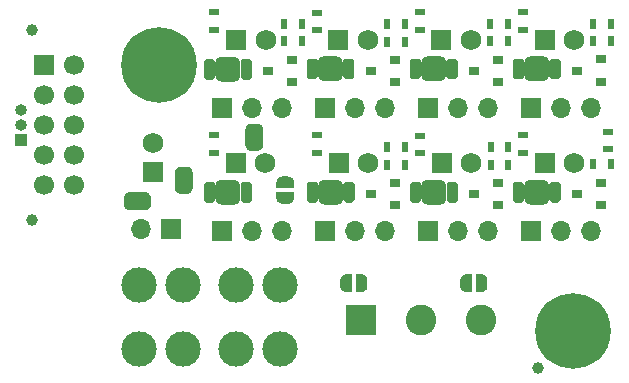
<source format=gbr>
%TF.GenerationSoftware,KiCad,Pcbnew,(5.1.10-1-10_14)*%
%TF.CreationDate,2022-01-16T00:04:22-08:00*%
%TF.ProjectId,FanExpander-kicad,46616e45-7870-4616-9e64-65722d6b6963,rev?*%
%TF.SameCoordinates,Original*%
%TF.FileFunction,Soldermask,Bot*%
%TF.FilePolarity,Negative*%
%FSLAX46Y46*%
G04 Gerber Fmt 4.6, Leading zero omitted, Abs format (unit mm)*
G04 Created by KiCad (PCBNEW (5.1.10-1-10_14)) date 2022-01-16 00:04:22*
%MOMM*%
%LPD*%
G01*
G04 APERTURE LIST*
%ADD10C,0.100000*%
%ADD11R,0.500000X1.500000*%
%ADD12R,1.500000X0.500000*%
%ADD13O,2.100000X1.000000*%
%ADD14O,1.000000X2.100000*%
%ADD15O,2.100000X2.100000*%
%ADD16C,1.000000*%
%ADD17C,2.600000*%
%ADD18R,2.600000X2.600000*%
%ADD19R,1.000000X1.000000*%
%ADD20O,1.000000X1.000000*%
%ADD21C,3.000000*%
%ADD22R,1.700000X1.700000*%
%ADD23C,1.700000*%
%ADD24R,1.750000X1.750000*%
%ADD25C,1.750000*%
%ADD26C,6.400000*%
%ADD27O,1.700000X1.700000*%
%ADD28R,0.900000X0.500000*%
%ADD29R,0.500000X0.900000*%
%ADD30R,0.900000X0.800000*%
G04 APERTURE END LIST*
D10*
%TO.C,JP12*%
G36*
X61429998Y-63385700D02*
G01*
X61429998Y-63410234D01*
X61425188Y-63459065D01*
X61415616Y-63507190D01*
X61401372Y-63554145D01*
X61382595Y-63599478D01*
X61359464Y-63642751D01*
X61332204Y-63683550D01*
X61301076Y-63721479D01*
X61266379Y-63756176D01*
X61228450Y-63787304D01*
X61187651Y-63814564D01*
X61144378Y-63837695D01*
X61099045Y-63856472D01*
X61052090Y-63870716D01*
X61003965Y-63880288D01*
X60955134Y-63885098D01*
X60930600Y-63885098D01*
X60930600Y-63885700D01*
X60430600Y-63885700D01*
X60430600Y-63885098D01*
X60406066Y-63885098D01*
X60357235Y-63880288D01*
X60309110Y-63870716D01*
X60262155Y-63856472D01*
X60216822Y-63837695D01*
X60173549Y-63814564D01*
X60132750Y-63787304D01*
X60094821Y-63756176D01*
X60060124Y-63721479D01*
X60028996Y-63683550D01*
X60001736Y-63642751D01*
X59978605Y-63599478D01*
X59959828Y-63554145D01*
X59945584Y-63507190D01*
X59936012Y-63459065D01*
X59931202Y-63410234D01*
X59931202Y-63385700D01*
X59930600Y-63385700D01*
X59930600Y-62885700D01*
X61430600Y-62885700D01*
X61430600Y-63385700D01*
X61429998Y-63385700D01*
G37*
G36*
X59930600Y-62585700D02*
G01*
X59930600Y-62085700D01*
X59931202Y-62085700D01*
X59931202Y-62061166D01*
X59936012Y-62012335D01*
X59945584Y-61964210D01*
X59959828Y-61917255D01*
X59978605Y-61871922D01*
X60001736Y-61828649D01*
X60028996Y-61787850D01*
X60060124Y-61749921D01*
X60094821Y-61715224D01*
X60132750Y-61684096D01*
X60173549Y-61656836D01*
X60216822Y-61633705D01*
X60262155Y-61614928D01*
X60309110Y-61600684D01*
X60357235Y-61591112D01*
X60406066Y-61586302D01*
X60430600Y-61586302D01*
X60430600Y-61585700D01*
X60930600Y-61585700D01*
X60930600Y-61586302D01*
X60955134Y-61586302D01*
X61003965Y-61591112D01*
X61052090Y-61600684D01*
X61099045Y-61614928D01*
X61144378Y-61633705D01*
X61187651Y-61656836D01*
X61228450Y-61684096D01*
X61266379Y-61715224D01*
X61301076Y-61749921D01*
X61332204Y-61787850D01*
X61359464Y-61828649D01*
X61382595Y-61871922D01*
X61401372Y-61917255D01*
X61415616Y-61964210D01*
X61425188Y-62012335D01*
X61429998Y-62061166D01*
X61429998Y-62085700D01*
X61430600Y-62085700D01*
X61430600Y-62585700D01*
X59930600Y-62585700D01*
G37*
%TD*%
%TO.C,JP14*%
G36*
X65836800Y-71361398D02*
G01*
X65812266Y-71361398D01*
X65763435Y-71356588D01*
X65715310Y-71347016D01*
X65668355Y-71332772D01*
X65623022Y-71313995D01*
X65579749Y-71290864D01*
X65538950Y-71263604D01*
X65501021Y-71232476D01*
X65466324Y-71197779D01*
X65435196Y-71159850D01*
X65407936Y-71119051D01*
X65384805Y-71075778D01*
X65366028Y-71030445D01*
X65351784Y-70983490D01*
X65342212Y-70935365D01*
X65337402Y-70886534D01*
X65337402Y-70862000D01*
X65336800Y-70862000D01*
X65336800Y-70362000D01*
X65337402Y-70362000D01*
X65337402Y-70337466D01*
X65342212Y-70288635D01*
X65351784Y-70240510D01*
X65366028Y-70193555D01*
X65384805Y-70148222D01*
X65407936Y-70104949D01*
X65435196Y-70064150D01*
X65466324Y-70026221D01*
X65501021Y-69991524D01*
X65538950Y-69960396D01*
X65579749Y-69933136D01*
X65623022Y-69910005D01*
X65668355Y-69891228D01*
X65715310Y-69876984D01*
X65763435Y-69867412D01*
X65812266Y-69862602D01*
X65836800Y-69862602D01*
X65836800Y-69862000D01*
X66336800Y-69862000D01*
X66336800Y-71362000D01*
X65836800Y-71362000D01*
X65836800Y-71361398D01*
G37*
G36*
X66636800Y-69862000D02*
G01*
X67136800Y-69862000D01*
X67136800Y-69862602D01*
X67161334Y-69862602D01*
X67210165Y-69867412D01*
X67258290Y-69876984D01*
X67305245Y-69891228D01*
X67350578Y-69910005D01*
X67393851Y-69933136D01*
X67434650Y-69960396D01*
X67472579Y-69991524D01*
X67507276Y-70026221D01*
X67538404Y-70064150D01*
X67565664Y-70104949D01*
X67588795Y-70148222D01*
X67607572Y-70193555D01*
X67621816Y-70240510D01*
X67631388Y-70288635D01*
X67636198Y-70337466D01*
X67636198Y-70362000D01*
X67636800Y-70362000D01*
X67636800Y-70862000D01*
X67636198Y-70862000D01*
X67636198Y-70886534D01*
X67631388Y-70935365D01*
X67621816Y-70983490D01*
X67607572Y-71030445D01*
X67588795Y-71075778D01*
X67565664Y-71119051D01*
X67538404Y-71159850D01*
X67507276Y-71197779D01*
X67472579Y-71232476D01*
X67434650Y-71263604D01*
X67393851Y-71290864D01*
X67350578Y-71313995D01*
X67305245Y-71332772D01*
X67258290Y-71347016D01*
X67210165Y-71356588D01*
X67161334Y-71361398D01*
X67136800Y-71361398D01*
X67136800Y-71362000D01*
X66636800Y-71362000D01*
X66636800Y-69862000D01*
G37*
%TD*%
%TO.C,JP13*%
G36*
X75996800Y-71361398D02*
G01*
X75972266Y-71361398D01*
X75923435Y-71356588D01*
X75875310Y-71347016D01*
X75828355Y-71332772D01*
X75783022Y-71313995D01*
X75739749Y-71290864D01*
X75698950Y-71263604D01*
X75661021Y-71232476D01*
X75626324Y-71197779D01*
X75595196Y-71159850D01*
X75567936Y-71119051D01*
X75544805Y-71075778D01*
X75526028Y-71030445D01*
X75511784Y-70983490D01*
X75502212Y-70935365D01*
X75497402Y-70886534D01*
X75497402Y-70862000D01*
X75496800Y-70862000D01*
X75496800Y-70362000D01*
X75497402Y-70362000D01*
X75497402Y-70337466D01*
X75502212Y-70288635D01*
X75511784Y-70240510D01*
X75526028Y-70193555D01*
X75544805Y-70148222D01*
X75567936Y-70104949D01*
X75595196Y-70064150D01*
X75626324Y-70026221D01*
X75661021Y-69991524D01*
X75698950Y-69960396D01*
X75739749Y-69933136D01*
X75783022Y-69910005D01*
X75828355Y-69891228D01*
X75875310Y-69876984D01*
X75923435Y-69867412D01*
X75972266Y-69862602D01*
X75996800Y-69862602D01*
X75996800Y-69862000D01*
X76496800Y-69862000D01*
X76496800Y-71362000D01*
X75996800Y-71362000D01*
X75996800Y-71361398D01*
G37*
G36*
X76796800Y-69862000D02*
G01*
X77296800Y-69862000D01*
X77296800Y-69862602D01*
X77321334Y-69862602D01*
X77370165Y-69867412D01*
X77418290Y-69876984D01*
X77465245Y-69891228D01*
X77510578Y-69910005D01*
X77553851Y-69933136D01*
X77594650Y-69960396D01*
X77632579Y-69991524D01*
X77667276Y-70026221D01*
X77698404Y-70064150D01*
X77725664Y-70104949D01*
X77748795Y-70148222D01*
X77767572Y-70193555D01*
X77781816Y-70240510D01*
X77791388Y-70288635D01*
X77796198Y-70337466D01*
X77796198Y-70362000D01*
X77796800Y-70362000D01*
X77796800Y-70862000D01*
X77796198Y-70862000D01*
X77796198Y-70886534D01*
X77791388Y-70935365D01*
X77781816Y-70983490D01*
X77767572Y-71030445D01*
X77748795Y-71075778D01*
X77725664Y-71119051D01*
X77698404Y-71159850D01*
X77667276Y-71197779D01*
X77632579Y-71232476D01*
X77594650Y-71263604D01*
X77553851Y-71290864D01*
X77510578Y-71313995D01*
X77465245Y-71332772D01*
X77418290Y-71347016D01*
X77370165Y-71356588D01*
X77321334Y-71361398D01*
X77296800Y-71361398D01*
X77296800Y-71362000D01*
X76796800Y-71362000D01*
X76796800Y-69862000D01*
G37*
%TD*%
D11*
%TO.C,JP8*%
X48168800Y-63677800D03*
D10*
G36*
X48018800Y-64427800D02*
G01*
X47518800Y-64427800D01*
X47518800Y-64427198D01*
X47494266Y-64427198D01*
X47445435Y-64422388D01*
X47397310Y-64412816D01*
X47350355Y-64398572D01*
X47305022Y-64379795D01*
X47261749Y-64356664D01*
X47220950Y-64329404D01*
X47183021Y-64298276D01*
X47148324Y-64263579D01*
X47117196Y-64225650D01*
X47089936Y-64184851D01*
X47066805Y-64141578D01*
X47048028Y-64096245D01*
X47033784Y-64049290D01*
X47024212Y-64001165D01*
X47019402Y-63952334D01*
X47019402Y-63927800D01*
X47018800Y-63927800D01*
X47018800Y-63427800D01*
X47019402Y-63427800D01*
X47019402Y-63403266D01*
X47024212Y-63354435D01*
X47033784Y-63306310D01*
X47048028Y-63259355D01*
X47066805Y-63214022D01*
X47089936Y-63170749D01*
X47117196Y-63129950D01*
X47148324Y-63092021D01*
X47183021Y-63057324D01*
X47220950Y-63026196D01*
X47261749Y-62998936D01*
X47305022Y-62975805D01*
X47350355Y-62957028D01*
X47397310Y-62942784D01*
X47445435Y-62933212D01*
X47494266Y-62928402D01*
X47518800Y-62928402D01*
X47518800Y-62927800D01*
X48018800Y-62927800D01*
X48018800Y-64427800D01*
G37*
G36*
X48818800Y-62928402D02*
G01*
X48843334Y-62928402D01*
X48892165Y-62933212D01*
X48940290Y-62942784D01*
X48987245Y-62957028D01*
X49032578Y-62975805D01*
X49075851Y-62998936D01*
X49116650Y-63026196D01*
X49154579Y-63057324D01*
X49189276Y-63092021D01*
X49220404Y-63129950D01*
X49247664Y-63170749D01*
X49270795Y-63214022D01*
X49289572Y-63259355D01*
X49303816Y-63306310D01*
X49313388Y-63354435D01*
X49318198Y-63403266D01*
X49318198Y-63427800D01*
X49318800Y-63427800D01*
X49318800Y-63927800D01*
X49318198Y-63927800D01*
X49318198Y-63952334D01*
X49313388Y-64001165D01*
X49303816Y-64049290D01*
X49289572Y-64096245D01*
X49270795Y-64141578D01*
X49247664Y-64184851D01*
X49220404Y-64225650D01*
X49189276Y-64263579D01*
X49154579Y-64298276D01*
X49116650Y-64329404D01*
X49075851Y-64356664D01*
X49032578Y-64379795D01*
X48987245Y-64398572D01*
X48940290Y-64412816D01*
X48892165Y-64422388D01*
X48843334Y-64427198D01*
X48818800Y-64427198D01*
X48818800Y-64427800D01*
X48318800Y-64427800D01*
X48318800Y-62927800D01*
X48818800Y-62927800D01*
X48818800Y-62928402D01*
G37*
%TD*%
D12*
%TO.C,JP9*%
X58064400Y-58252600D03*
D10*
G36*
X57314400Y-58102600D02*
G01*
X57314400Y-57602600D01*
X57315002Y-57602600D01*
X57315002Y-57578066D01*
X57319812Y-57529235D01*
X57329384Y-57481110D01*
X57343628Y-57434155D01*
X57362405Y-57388822D01*
X57385536Y-57345549D01*
X57412796Y-57304750D01*
X57443924Y-57266821D01*
X57478621Y-57232124D01*
X57516550Y-57200996D01*
X57557349Y-57173736D01*
X57600622Y-57150605D01*
X57645955Y-57131828D01*
X57692910Y-57117584D01*
X57741035Y-57108012D01*
X57789866Y-57103202D01*
X57814400Y-57103202D01*
X57814400Y-57102600D01*
X58314400Y-57102600D01*
X58314400Y-57103202D01*
X58338934Y-57103202D01*
X58387765Y-57108012D01*
X58435890Y-57117584D01*
X58482845Y-57131828D01*
X58528178Y-57150605D01*
X58571451Y-57173736D01*
X58612250Y-57200996D01*
X58650179Y-57232124D01*
X58684876Y-57266821D01*
X58716004Y-57304750D01*
X58743264Y-57345549D01*
X58766395Y-57388822D01*
X58785172Y-57434155D01*
X58799416Y-57481110D01*
X58808988Y-57529235D01*
X58813798Y-57578066D01*
X58813798Y-57602600D01*
X58814400Y-57602600D01*
X58814400Y-58102600D01*
X57314400Y-58102600D01*
G37*
G36*
X58813798Y-58902600D02*
G01*
X58813798Y-58927134D01*
X58808988Y-58975965D01*
X58799416Y-59024090D01*
X58785172Y-59071045D01*
X58766395Y-59116378D01*
X58743264Y-59159651D01*
X58716004Y-59200450D01*
X58684876Y-59238379D01*
X58650179Y-59273076D01*
X58612250Y-59304204D01*
X58571451Y-59331464D01*
X58528178Y-59354595D01*
X58482845Y-59373372D01*
X58435890Y-59387616D01*
X58387765Y-59397188D01*
X58338934Y-59401998D01*
X58314400Y-59401998D01*
X58314400Y-59402600D01*
X57814400Y-59402600D01*
X57814400Y-59401998D01*
X57789866Y-59401998D01*
X57741035Y-59397188D01*
X57692910Y-59387616D01*
X57645955Y-59373372D01*
X57600622Y-59354595D01*
X57557349Y-59331464D01*
X57516550Y-59304204D01*
X57478621Y-59273076D01*
X57443924Y-59238379D01*
X57412796Y-59200450D01*
X57385536Y-59159651D01*
X57362405Y-59116378D01*
X57343628Y-59071045D01*
X57329384Y-59024090D01*
X57319812Y-58975965D01*
X57315002Y-58927134D01*
X57315002Y-58902600D01*
X57314400Y-58902600D01*
X57314400Y-58402600D01*
X58814400Y-58402600D01*
X58814400Y-58902600D01*
X58813798Y-58902600D01*
G37*
%TD*%
D12*
%TO.C,JP11*%
X52095400Y-61899800D03*
D10*
G36*
X51345400Y-61749800D02*
G01*
X51345400Y-61249800D01*
X51346002Y-61249800D01*
X51346002Y-61225266D01*
X51350812Y-61176435D01*
X51360384Y-61128310D01*
X51374628Y-61081355D01*
X51393405Y-61036022D01*
X51416536Y-60992749D01*
X51443796Y-60951950D01*
X51474924Y-60914021D01*
X51509621Y-60879324D01*
X51547550Y-60848196D01*
X51588349Y-60820936D01*
X51631622Y-60797805D01*
X51676955Y-60779028D01*
X51723910Y-60764784D01*
X51772035Y-60755212D01*
X51820866Y-60750402D01*
X51845400Y-60750402D01*
X51845400Y-60749800D01*
X52345400Y-60749800D01*
X52345400Y-60750402D01*
X52369934Y-60750402D01*
X52418765Y-60755212D01*
X52466890Y-60764784D01*
X52513845Y-60779028D01*
X52559178Y-60797805D01*
X52602451Y-60820936D01*
X52643250Y-60848196D01*
X52681179Y-60879324D01*
X52715876Y-60914021D01*
X52747004Y-60951950D01*
X52774264Y-60992749D01*
X52797395Y-61036022D01*
X52816172Y-61081355D01*
X52830416Y-61128310D01*
X52839988Y-61176435D01*
X52844798Y-61225266D01*
X52844798Y-61249800D01*
X52845400Y-61249800D01*
X52845400Y-61749800D01*
X51345400Y-61749800D01*
G37*
G36*
X52844798Y-62549800D02*
G01*
X52844798Y-62574334D01*
X52839988Y-62623165D01*
X52830416Y-62671290D01*
X52816172Y-62718245D01*
X52797395Y-62763578D01*
X52774264Y-62806851D01*
X52747004Y-62847650D01*
X52715876Y-62885579D01*
X52681179Y-62920276D01*
X52643250Y-62951404D01*
X52602451Y-62978664D01*
X52559178Y-63001795D01*
X52513845Y-63020572D01*
X52466890Y-63034816D01*
X52418765Y-63044388D01*
X52369934Y-63049198D01*
X52345400Y-63049198D01*
X52345400Y-63049800D01*
X51845400Y-63049800D01*
X51845400Y-63049198D01*
X51820866Y-63049198D01*
X51772035Y-63044388D01*
X51723910Y-63034816D01*
X51676955Y-63020572D01*
X51631622Y-63001795D01*
X51588349Y-62978664D01*
X51547550Y-62951404D01*
X51509621Y-62920276D01*
X51474924Y-62885579D01*
X51443796Y-62847650D01*
X51416536Y-62806851D01*
X51393405Y-62763578D01*
X51374628Y-62718245D01*
X51360384Y-62671290D01*
X51350812Y-62623165D01*
X51346002Y-62574334D01*
X51346002Y-62549800D01*
X51345400Y-62549800D01*
X51345400Y-62049800D01*
X52845400Y-62049800D01*
X52845400Y-62549800D01*
X52844798Y-62549800D01*
G37*
%TD*%
D13*
%TO.C,D8*%
X81965800Y-62365800D03*
X81965800Y-63465800D03*
D14*
X81415800Y-62915800D03*
X82515800Y-62915800D03*
D15*
X81965800Y-62915800D03*
G36*
G01*
X80890800Y-62230800D02*
X80890800Y-63600800D01*
G75*
G02*
X80700800Y-63790800I-190000J0D01*
G01*
X80130800Y-63790800D01*
G75*
G02*
X79940800Y-63600800I0J190000D01*
G01*
X79940800Y-62230800D01*
G75*
G02*
X80130800Y-62040800I190000J0D01*
G01*
X80700800Y-62040800D01*
G75*
G02*
X80890800Y-62230800I0J-190000D01*
G01*
G37*
G36*
G01*
X83990800Y-62230800D02*
X83990800Y-63600800D01*
G75*
G02*
X83800800Y-63790800I-190000J0D01*
G01*
X83230800Y-63790800D01*
G75*
G02*
X83040800Y-63600800I0J190000D01*
G01*
X83040800Y-62230800D01*
G75*
G02*
X83230800Y-62040800I190000J0D01*
G01*
X83800800Y-62040800D01*
G75*
G02*
X83990800Y-62230800I0J-190000D01*
G01*
G37*
%TD*%
D13*
%TO.C,D7*%
X73253600Y-51926400D03*
X73253600Y-53026400D03*
D14*
X72703600Y-52476400D03*
X73803600Y-52476400D03*
D15*
X73253600Y-52476400D03*
G36*
G01*
X72178600Y-51791400D02*
X72178600Y-53161400D01*
G75*
G02*
X71988600Y-53351400I-190000J0D01*
G01*
X71418600Y-53351400D01*
G75*
G02*
X71228600Y-53161400I0J190000D01*
G01*
X71228600Y-51791400D01*
G75*
G02*
X71418600Y-51601400I190000J0D01*
G01*
X71988600Y-51601400D01*
G75*
G02*
X72178600Y-51791400I0J-190000D01*
G01*
G37*
G36*
G01*
X75278600Y-51791400D02*
X75278600Y-53161400D01*
G75*
G02*
X75088600Y-53351400I-190000J0D01*
G01*
X74518600Y-53351400D01*
G75*
G02*
X74328600Y-53161400I0J190000D01*
G01*
X74328600Y-51791400D01*
G75*
G02*
X74518600Y-51601400I190000J0D01*
G01*
X75088600Y-51601400D01*
G75*
G02*
X75278600Y-51791400I0J-190000D01*
G01*
G37*
%TD*%
D13*
%TO.C,D6*%
X73279000Y-62365800D03*
X73279000Y-63465800D03*
D14*
X72729000Y-62915800D03*
X73829000Y-62915800D03*
D15*
X73279000Y-62915800D03*
G36*
G01*
X72204000Y-62230800D02*
X72204000Y-63600800D01*
G75*
G02*
X72014000Y-63790800I-190000J0D01*
G01*
X71444000Y-63790800D01*
G75*
G02*
X71254000Y-63600800I0J190000D01*
G01*
X71254000Y-62230800D01*
G75*
G02*
X71444000Y-62040800I190000J0D01*
G01*
X72014000Y-62040800D01*
G75*
G02*
X72204000Y-62230800I0J-190000D01*
G01*
G37*
G36*
G01*
X75304000Y-62230800D02*
X75304000Y-63600800D01*
G75*
G02*
X75114000Y-63790800I-190000J0D01*
G01*
X74544000Y-63790800D01*
G75*
G02*
X74354000Y-63600800I0J190000D01*
G01*
X74354000Y-62230800D01*
G75*
G02*
X74544000Y-62040800I190000J0D01*
G01*
X75114000Y-62040800D01*
G75*
G02*
X75304000Y-62230800I0J-190000D01*
G01*
G37*
%TD*%
D13*
%TO.C,D5*%
X64516600Y-51926400D03*
X64516600Y-53026400D03*
D14*
X63966600Y-52476400D03*
X65066600Y-52476400D03*
D15*
X64516600Y-52476400D03*
G36*
G01*
X63441600Y-51791400D02*
X63441600Y-53161400D01*
G75*
G02*
X63251600Y-53351400I-190000J0D01*
G01*
X62681600Y-53351400D01*
G75*
G02*
X62491600Y-53161400I0J190000D01*
G01*
X62491600Y-51791400D01*
G75*
G02*
X62681600Y-51601400I190000J0D01*
G01*
X63251600Y-51601400D01*
G75*
G02*
X63441600Y-51791400I0J-190000D01*
G01*
G37*
G36*
G01*
X66541600Y-51791400D02*
X66541600Y-53161400D01*
G75*
G02*
X66351600Y-53351400I-190000J0D01*
G01*
X65781600Y-53351400D01*
G75*
G02*
X65591600Y-53161400I0J190000D01*
G01*
X65591600Y-51791400D01*
G75*
G02*
X65781600Y-51601400I190000J0D01*
G01*
X66351600Y-51601400D01*
G75*
G02*
X66541600Y-51791400I0J-190000D01*
G01*
G37*
%TD*%
D13*
%TO.C,D4*%
X64541400Y-62365800D03*
X64541400Y-63465800D03*
D14*
X63991400Y-62915800D03*
X65091400Y-62915800D03*
D15*
X64541400Y-62915800D03*
G36*
G01*
X63466400Y-62230800D02*
X63466400Y-63600800D01*
G75*
G02*
X63276400Y-63790800I-190000J0D01*
G01*
X62706400Y-63790800D01*
G75*
G02*
X62516400Y-63600800I0J190000D01*
G01*
X62516400Y-62230800D01*
G75*
G02*
X62706400Y-62040800I190000J0D01*
G01*
X63276400Y-62040800D01*
G75*
G02*
X63466400Y-62230800I0J-190000D01*
G01*
G37*
G36*
G01*
X66566400Y-62230800D02*
X66566400Y-63600800D01*
G75*
G02*
X66376400Y-63790800I-190000J0D01*
G01*
X65806400Y-63790800D01*
G75*
G02*
X65616400Y-63600800I0J190000D01*
G01*
X65616400Y-62230800D01*
G75*
G02*
X65806400Y-62040800I190000J0D01*
G01*
X66376400Y-62040800D01*
G75*
G02*
X66566400Y-62230800I0J-190000D01*
G01*
G37*
%TD*%
D13*
%TO.C,D3*%
X55829200Y-62365800D03*
X55829200Y-63465800D03*
D14*
X55279200Y-62915800D03*
X56379200Y-62915800D03*
D15*
X55829200Y-62915800D03*
G36*
G01*
X54754200Y-62230800D02*
X54754200Y-63600800D01*
G75*
G02*
X54564200Y-63790800I-190000J0D01*
G01*
X53994200Y-63790800D01*
G75*
G02*
X53804200Y-63600800I0J190000D01*
G01*
X53804200Y-62230800D01*
G75*
G02*
X53994200Y-62040800I190000J0D01*
G01*
X54564200Y-62040800D01*
G75*
G02*
X54754200Y-62230800I0J-190000D01*
G01*
G37*
G36*
G01*
X57854200Y-62230800D02*
X57854200Y-63600800D01*
G75*
G02*
X57664200Y-63790800I-190000J0D01*
G01*
X57094200Y-63790800D01*
G75*
G02*
X56904200Y-63600800I0J190000D01*
G01*
X56904200Y-62230800D01*
G75*
G02*
X57094200Y-62040800I190000J0D01*
G01*
X57664200Y-62040800D01*
G75*
G02*
X57854200Y-62230800I0J-190000D01*
G01*
G37*
%TD*%
D13*
%TO.C,D2*%
X81978500Y-51926400D03*
X81978500Y-53026400D03*
D14*
X81428500Y-52476400D03*
X82528500Y-52476400D03*
D15*
X81978500Y-52476400D03*
G36*
G01*
X80903500Y-51791400D02*
X80903500Y-53161400D01*
G75*
G02*
X80713500Y-53351400I-190000J0D01*
G01*
X80143500Y-53351400D01*
G75*
G02*
X79953500Y-53161400I0J190000D01*
G01*
X79953500Y-51791400D01*
G75*
G02*
X80143500Y-51601400I190000J0D01*
G01*
X80713500Y-51601400D01*
G75*
G02*
X80903500Y-51791400I0J-190000D01*
G01*
G37*
G36*
G01*
X84003500Y-51791400D02*
X84003500Y-53161400D01*
G75*
G02*
X83813500Y-53351400I-190000J0D01*
G01*
X83243500Y-53351400D01*
G75*
G02*
X83053500Y-53161400I0J190000D01*
G01*
X83053500Y-51791400D01*
G75*
G02*
X83243500Y-51601400I190000J0D01*
G01*
X83813500Y-51601400D01*
G75*
G02*
X84003500Y-51791400I0J-190000D01*
G01*
G37*
%TD*%
D13*
%TO.C,D1*%
X55829200Y-51977200D03*
X55829200Y-53077200D03*
D14*
X55279200Y-52527200D03*
X56379200Y-52527200D03*
D15*
X55829200Y-52527200D03*
G36*
G01*
X54754200Y-51842200D02*
X54754200Y-53212200D01*
G75*
G02*
X54564200Y-53402200I-190000J0D01*
G01*
X53994200Y-53402200D01*
G75*
G02*
X53804200Y-53212200I0J190000D01*
G01*
X53804200Y-51842200D01*
G75*
G02*
X53994200Y-51652200I190000J0D01*
G01*
X54564200Y-51652200D01*
G75*
G02*
X54754200Y-51842200I0J-190000D01*
G01*
G37*
G36*
G01*
X57854200Y-51842200D02*
X57854200Y-53212200D01*
G75*
G02*
X57664200Y-53402200I-190000J0D01*
G01*
X57094200Y-53402200D01*
G75*
G02*
X56904200Y-53212200I0J190000D01*
G01*
X56904200Y-51842200D01*
G75*
G02*
X57094200Y-51652200I190000J0D01*
G01*
X57664200Y-51652200D01*
G75*
G02*
X57854200Y-51842200I0J-190000D01*
G01*
G37*
%TD*%
D16*
%TO.C,FID3*%
X82092800Y-77800200D03*
%TD*%
%TO.C,FID2*%
X39268400Y-65303400D03*
%TD*%
%TO.C,FID1*%
X39243000Y-49149000D03*
%TD*%
D17*
%TO.C,J12*%
X77292200Y-73710800D03*
X72212200Y-73710800D03*
D18*
X67132200Y-73710800D03*
%TD*%
D19*
%TO.C,JP10*%
X38303200Y-58470800D03*
D20*
X38303200Y-57200800D03*
X38303200Y-55930800D03*
%TD*%
D21*
%TO.C,F1*%
X48304400Y-70764400D03*
X52004400Y-70764400D03*
X56504400Y-70764400D03*
X60204400Y-70764400D03*
%TD*%
%TO.C,F2*%
X48304400Y-76225400D03*
X52004400Y-76225400D03*
X56504400Y-76225400D03*
X60204400Y-76225400D03*
%TD*%
D22*
%TO.C,J8*%
X40284400Y-52158900D03*
D23*
X42824400Y-52158900D03*
X40284400Y-54698900D03*
X42824400Y-54698900D03*
X40284400Y-57238900D03*
X42824400Y-57238900D03*
X40284400Y-59778900D03*
X42824400Y-59778900D03*
X40284400Y-62318900D03*
X42824400Y-62318900D03*
%TD*%
D24*
%TO.C,J3*%
X65189100Y-50038000D03*
D25*
X67689100Y-50038000D03*
%TD*%
D26*
%TO.C,MH1*%
X50012600Y-52146200D03*
%TD*%
D22*
%TO.C,J9*%
X51003200Y-66065400D03*
D27*
X48463200Y-66065400D03*
%TD*%
D28*
%TO.C,R22*%
X54660800Y-58101800D03*
X54660800Y-59601800D03*
%TD*%
D29*
%TO.C,R19*%
X78015400Y-50139600D03*
X79515400Y-50139600D03*
%TD*%
D28*
%TO.C,R17*%
X88036400Y-57797000D03*
X88036400Y-59297000D03*
%TD*%
D29*
%TO.C,R16*%
X78028800Y-48666400D03*
X79528800Y-48666400D03*
%TD*%
D28*
%TO.C,R14*%
X80822800Y-59601800D03*
X80822800Y-58101800D03*
%TD*%
%TO.C,R13*%
X72085200Y-49187800D03*
X72085200Y-47687800D03*
%TD*%
D29*
%TO.C,R12*%
X78066200Y-60579000D03*
X79566200Y-60579000D03*
%TD*%
%TO.C,R11*%
X69303200Y-50165000D03*
X70803200Y-50165000D03*
%TD*%
%TO.C,R10*%
X70828600Y-60579000D03*
X69328600Y-60579000D03*
%TD*%
%TO.C,R9*%
X62116400Y-50139600D03*
X60616400Y-50139600D03*
%TD*%
%TO.C,R8*%
X78066200Y-59131200D03*
X79566200Y-59131200D03*
%TD*%
%TO.C,R7*%
X69303200Y-48691800D03*
X70803200Y-48691800D03*
%TD*%
%TO.C,R6*%
X69328600Y-59105800D03*
X70828600Y-59105800D03*
%TD*%
%TO.C,R5*%
X60616400Y-48666400D03*
X62116400Y-48666400D03*
%TD*%
D28*
%TO.C,R4*%
X72085200Y-59627200D03*
X72085200Y-58127200D03*
%TD*%
%TO.C,R3*%
X63373000Y-49213200D03*
X63373000Y-47713200D03*
%TD*%
%TO.C,R2*%
X63373000Y-59576400D03*
X63373000Y-58076400D03*
%TD*%
%TO.C,R1*%
X54686200Y-49199800D03*
X54686200Y-47699800D03*
%TD*%
D29*
%TO.C,R21*%
X88278400Y-50114200D03*
X86778400Y-50114200D03*
%TD*%
%TO.C,R20*%
X88253000Y-60553600D03*
X86753000Y-60553600D03*
%TD*%
%TO.C,R18*%
X86778400Y-48653000D03*
X88278400Y-48653000D03*
%TD*%
D28*
%TO.C,R15*%
X80797400Y-49187800D03*
X80797400Y-47687800D03*
%TD*%
D26*
%TO.C,MH2*%
X85012600Y-74646200D03*
%TD*%
D22*
%TO.C,JP0*%
X55346600Y-66192400D03*
D27*
X57886600Y-66192400D03*
X60426600Y-66192400D03*
%TD*%
D24*
%TO.C,J10*%
X49479200Y-61239400D03*
D25*
X49479200Y-58739400D03*
%TD*%
D24*
%TO.C,J0*%
X56489600Y-60464700D03*
D25*
X58989600Y-60464700D03*
%TD*%
D30*
%TO.C,Q7*%
X87398100Y-51678800D03*
X87398100Y-53578800D03*
X85398100Y-52628800D03*
%TD*%
%TO.C,Q1*%
X61248800Y-51704200D03*
X61248800Y-53604200D03*
X59248800Y-52654200D03*
%TD*%
D22*
%TO.C,JP7*%
X81483200Y-55778400D03*
D27*
X84023200Y-55778400D03*
X86563200Y-55778400D03*
%TD*%
D22*
%TO.C,JP1*%
X55346600Y-55778400D03*
D27*
X57886600Y-55778400D03*
X60426600Y-55778400D03*
%TD*%
D24*
%TO.C,J7*%
X82664300Y-50038000D03*
D25*
X85164300Y-50038000D03*
%TD*%
D24*
%TO.C,J1*%
X56515000Y-50038000D03*
D25*
X59015000Y-50038000D03*
%TD*%
D30*
%TO.C,Q6*%
X87398100Y-62130900D03*
X87398100Y-64030900D03*
X85398100Y-63080900D03*
%TD*%
%TO.C,Q5*%
X78673200Y-51704200D03*
X78673200Y-53604200D03*
X76673200Y-52654200D03*
%TD*%
%TO.C,Q4*%
X78698600Y-62130900D03*
X78698600Y-64030900D03*
X76698600Y-63080900D03*
%TD*%
%TO.C,Q3*%
X69948300Y-51704200D03*
X69948300Y-53604200D03*
X67948300Y-52654200D03*
%TD*%
%TO.C,Q2*%
X69948300Y-62130900D03*
X69948300Y-64030900D03*
X67948300Y-63080900D03*
%TD*%
D24*
%TO.C,J6*%
X82638900Y-60464700D03*
D25*
X85138900Y-60464700D03*
%TD*%
D24*
%TO.C,J5*%
X73914000Y-50038000D03*
D25*
X76414000Y-50038000D03*
%TD*%
D22*
%TO.C,JP6*%
X81483200Y-66192400D03*
D27*
X84023200Y-66192400D03*
X86563200Y-66192400D03*
%TD*%
D22*
%TO.C,JP5*%
X72771000Y-55778400D03*
D27*
X75311000Y-55778400D03*
X77851000Y-55778400D03*
%TD*%
D24*
%TO.C,J4*%
X73939400Y-60464700D03*
D25*
X76439400Y-60464700D03*
%TD*%
D22*
%TO.C,JP4*%
X72771000Y-66192400D03*
D27*
X75311000Y-66192400D03*
X77851000Y-66192400D03*
%TD*%
D22*
%TO.C,JP3*%
X64058800Y-55778400D03*
D27*
X66598800Y-55778400D03*
X69138800Y-55778400D03*
%TD*%
D24*
%TO.C,J2*%
X65214500Y-60464700D03*
D25*
X67714500Y-60464700D03*
%TD*%
D22*
%TO.C,JP2*%
X64058800Y-66192400D03*
D27*
X66598800Y-66192400D03*
X69138800Y-66192400D03*
%TD*%
M02*

</source>
